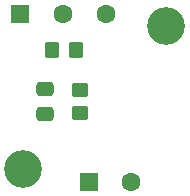
<source format=gbr>
%TF.GenerationSoftware,KiCad,Pcbnew,9.0.0*%
%TF.CreationDate,2025-09-22T19:59:37-07:00*%
%TF.ProjectId,eDNA Tipping Bucket,65444e41-2054-4697-9070-696e67204275,rev?*%
%TF.SameCoordinates,Original*%
%TF.FileFunction,Soldermask,Top*%
%TF.FilePolarity,Negative*%
%FSLAX46Y46*%
G04 Gerber Fmt 4.6, Leading zero omitted, Abs format (unit mm)*
G04 Created by KiCad (PCBNEW 9.0.0) date 2025-09-22 19:59:37*
%MOMM*%
%LPD*%
G01*
G04 APERTURE LIST*
G04 Aperture macros list*
%AMRoundRect*
0 Rectangle with rounded corners*
0 $1 Rounding radius*
0 $2 $3 $4 $5 $6 $7 $8 $9 X,Y pos of 4 corners*
0 Add a 4 corners polygon primitive as box body*
4,1,4,$2,$3,$4,$5,$6,$7,$8,$9,$2,$3,0*
0 Add four circle primitives for the rounded corners*
1,1,$1+$1,$2,$3*
1,1,$1+$1,$4,$5*
1,1,$1+$1,$6,$7*
1,1,$1+$1,$8,$9*
0 Add four rect primitives between the rounded corners*
20,1,$1+$1,$2,$3,$4,$5,0*
20,1,$1+$1,$4,$5,$6,$7,0*
20,1,$1+$1,$6,$7,$8,$9,0*
20,1,$1+$1,$8,$9,$2,$3,0*%
G04 Aperture macros list end*
%ADD10RoundRect,0.250000X0.475000X-0.337500X0.475000X0.337500X-0.475000X0.337500X-0.475000X-0.337500X0*%
%ADD11C,3.200000*%
%ADD12RoundRect,0.250000X-0.550000X-0.550000X0.550000X-0.550000X0.550000X0.550000X-0.550000X0.550000X0*%
%ADD13C,1.600000*%
%ADD14RoundRect,0.250000X0.450000X-0.350000X0.450000X0.350000X-0.450000X0.350000X-0.450000X-0.350000X0*%
%ADD15RoundRect,0.250000X0.350000X0.450000X-0.350000X0.450000X-0.350000X-0.450000X0.350000X-0.450000X0*%
G04 APERTURE END LIST*
D10*
%TO.C,C1*%
X142125000Y-96537500D03*
X142125000Y-94462500D03*
%TD*%
D11*
%TO.C,H1*%
X152400000Y-89143072D03*
%TD*%
D12*
%TO.C,J1*%
X140050000Y-88100000D03*
D13*
X143650000Y-88100000D03*
X147250000Y-88100000D03*
%TD*%
D11*
%TO.C,H2*%
X140300000Y-101200000D03*
%TD*%
D14*
%TO.C,R1*%
X145125000Y-96500000D03*
X145125000Y-94500000D03*
%TD*%
D12*
%TO.C,J2*%
X145850000Y-102300000D03*
D13*
X149450000Y-102300000D03*
%TD*%
D15*
%TO.C,R2*%
X144750000Y-91150000D03*
X142750000Y-91150000D03*
%TD*%
M02*

</source>
